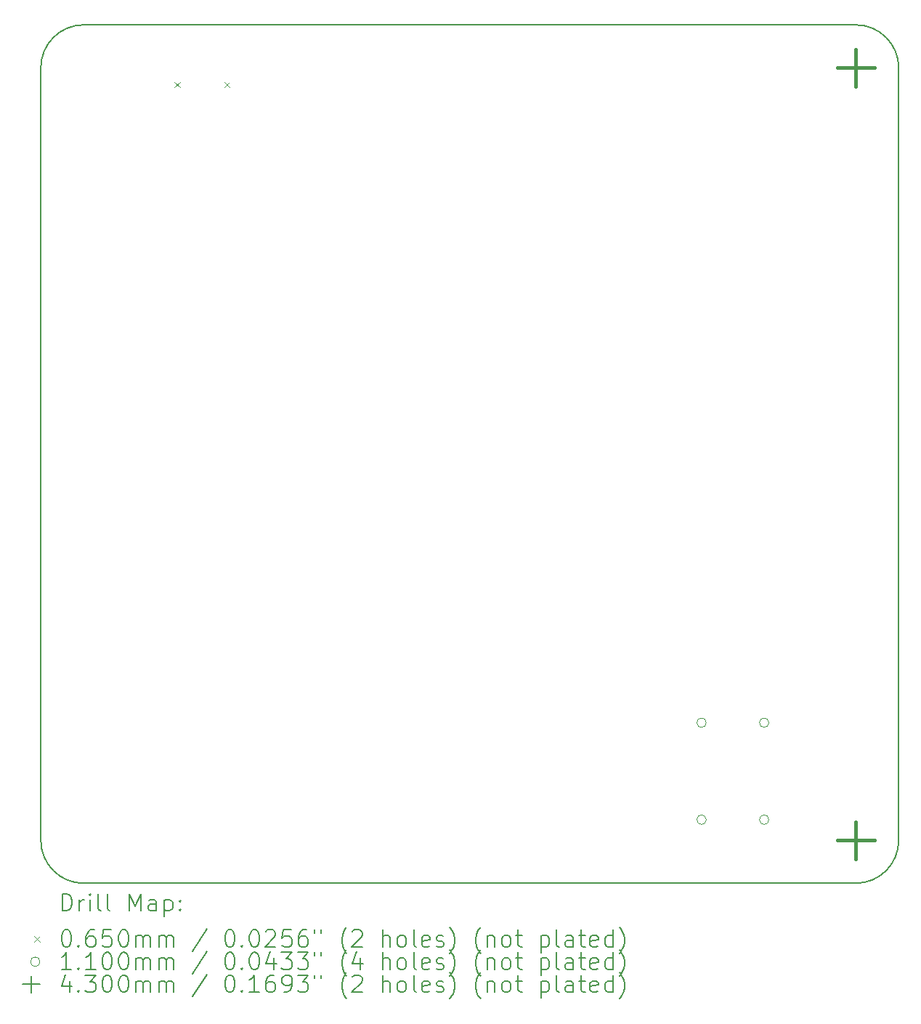
<source format=gbr>
%TF.GenerationSoftware,KiCad,Pcbnew,7.0.10*%
%TF.CreationDate,2024-05-27T00:36:53+02:00*%
%TF.ProjectId,ESPHome AIO,45535048-6f6d-4652-9041-494f2e6b6963,rev?*%
%TF.SameCoordinates,Original*%
%TF.FileFunction,Drillmap*%
%TF.FilePolarity,Positive*%
%FSLAX45Y45*%
G04 Gerber Fmt 4.5, Leading zero omitted, Abs format (unit mm)*
G04 Created by KiCad (PCBNEW 7.0.10) date 2024-05-27 00:36:53*
%MOMM*%
%LPD*%
G01*
G04 APERTURE LIST*
%ADD10C,0.200000*%
%ADD11C,0.100000*%
%ADD12C,0.110000*%
%ADD13C,0.430000*%
G04 APERTURE END LIST*
D10*
X18990000Y-4570000D02*
X18990000Y-13570000D01*
X18490000Y-14070000D02*
G75*
G03*
X18990000Y-13570000I0J500000D01*
G01*
X18990000Y-4570000D02*
G75*
G03*
X18490000Y-4070000I-500000J0D01*
G01*
X8990000Y-13570000D02*
G75*
G03*
X9490000Y-14070000I500000J0D01*
G01*
X8990000Y-13570000D02*
X8990000Y-4570000D01*
X9490000Y-14070000D02*
X18490000Y-14070000D01*
X9490000Y-4070000D02*
X18490000Y-4070000D01*
X9490000Y-4070000D02*
G75*
G03*
X8990000Y-4570000I0J-500000D01*
G01*
D11*
X10548500Y-4733000D02*
X10613500Y-4798000D01*
X10613500Y-4733000D02*
X10548500Y-4798000D01*
X11126500Y-4733000D02*
X11191500Y-4798000D01*
X11191500Y-4733000D02*
X11126500Y-4798000D01*
D12*
X16746500Y-12199500D02*
G75*
G03*
X16636500Y-12199500I-55000J0D01*
G01*
X16636500Y-12199500D02*
G75*
G03*
X16746500Y-12199500I55000J0D01*
G01*
X16746500Y-13329500D02*
G75*
G03*
X16636500Y-13329500I-55000J0D01*
G01*
X16636500Y-13329500D02*
G75*
G03*
X16746500Y-13329500I55000J0D01*
G01*
X17476500Y-12199500D02*
G75*
G03*
X17366500Y-12199500I-55000J0D01*
G01*
X17366500Y-12199500D02*
G75*
G03*
X17476500Y-12199500I55000J0D01*
G01*
X17476500Y-13329500D02*
G75*
G03*
X17366500Y-13329500I-55000J0D01*
G01*
X17366500Y-13329500D02*
G75*
G03*
X17476500Y-13329500I55000J0D01*
G01*
D13*
X18490000Y-4355000D02*
X18490000Y-4785000D01*
X18275000Y-4570000D02*
X18705000Y-4570000D01*
X18490000Y-13355000D02*
X18490000Y-13785000D01*
X18275000Y-13570000D02*
X18705000Y-13570000D01*
D10*
X9240777Y-14391484D02*
X9240777Y-14191484D01*
X9240777Y-14191484D02*
X9288396Y-14191484D01*
X9288396Y-14191484D02*
X9316967Y-14201008D01*
X9316967Y-14201008D02*
X9336015Y-14220055D01*
X9336015Y-14220055D02*
X9345539Y-14239103D01*
X9345539Y-14239103D02*
X9355063Y-14277198D01*
X9355063Y-14277198D02*
X9355063Y-14305769D01*
X9355063Y-14305769D02*
X9345539Y-14343865D01*
X9345539Y-14343865D02*
X9336015Y-14362912D01*
X9336015Y-14362912D02*
X9316967Y-14381960D01*
X9316967Y-14381960D02*
X9288396Y-14391484D01*
X9288396Y-14391484D02*
X9240777Y-14391484D01*
X9440777Y-14391484D02*
X9440777Y-14258150D01*
X9440777Y-14296246D02*
X9450301Y-14277198D01*
X9450301Y-14277198D02*
X9459824Y-14267674D01*
X9459824Y-14267674D02*
X9478872Y-14258150D01*
X9478872Y-14258150D02*
X9497920Y-14258150D01*
X9564586Y-14391484D02*
X9564586Y-14258150D01*
X9564586Y-14191484D02*
X9555063Y-14201008D01*
X9555063Y-14201008D02*
X9564586Y-14210531D01*
X9564586Y-14210531D02*
X9574110Y-14201008D01*
X9574110Y-14201008D02*
X9564586Y-14191484D01*
X9564586Y-14191484D02*
X9564586Y-14210531D01*
X9688396Y-14391484D02*
X9669348Y-14381960D01*
X9669348Y-14381960D02*
X9659824Y-14362912D01*
X9659824Y-14362912D02*
X9659824Y-14191484D01*
X9793158Y-14391484D02*
X9774110Y-14381960D01*
X9774110Y-14381960D02*
X9764586Y-14362912D01*
X9764586Y-14362912D02*
X9764586Y-14191484D01*
X10021729Y-14391484D02*
X10021729Y-14191484D01*
X10021729Y-14191484D02*
X10088396Y-14334341D01*
X10088396Y-14334341D02*
X10155063Y-14191484D01*
X10155063Y-14191484D02*
X10155063Y-14391484D01*
X10336015Y-14391484D02*
X10336015Y-14286722D01*
X10336015Y-14286722D02*
X10326491Y-14267674D01*
X10326491Y-14267674D02*
X10307444Y-14258150D01*
X10307444Y-14258150D02*
X10269348Y-14258150D01*
X10269348Y-14258150D02*
X10250301Y-14267674D01*
X10336015Y-14381960D02*
X10316967Y-14391484D01*
X10316967Y-14391484D02*
X10269348Y-14391484D01*
X10269348Y-14391484D02*
X10250301Y-14381960D01*
X10250301Y-14381960D02*
X10240777Y-14362912D01*
X10240777Y-14362912D02*
X10240777Y-14343865D01*
X10240777Y-14343865D02*
X10250301Y-14324817D01*
X10250301Y-14324817D02*
X10269348Y-14315293D01*
X10269348Y-14315293D02*
X10316967Y-14315293D01*
X10316967Y-14315293D02*
X10336015Y-14305769D01*
X10431253Y-14258150D02*
X10431253Y-14458150D01*
X10431253Y-14267674D02*
X10450301Y-14258150D01*
X10450301Y-14258150D02*
X10488396Y-14258150D01*
X10488396Y-14258150D02*
X10507444Y-14267674D01*
X10507444Y-14267674D02*
X10516967Y-14277198D01*
X10516967Y-14277198D02*
X10526491Y-14296246D01*
X10526491Y-14296246D02*
X10526491Y-14353388D01*
X10526491Y-14353388D02*
X10516967Y-14372436D01*
X10516967Y-14372436D02*
X10507444Y-14381960D01*
X10507444Y-14381960D02*
X10488396Y-14391484D01*
X10488396Y-14391484D02*
X10450301Y-14391484D01*
X10450301Y-14391484D02*
X10431253Y-14381960D01*
X10612205Y-14372436D02*
X10621729Y-14381960D01*
X10621729Y-14381960D02*
X10612205Y-14391484D01*
X10612205Y-14391484D02*
X10602682Y-14381960D01*
X10602682Y-14381960D02*
X10612205Y-14372436D01*
X10612205Y-14372436D02*
X10612205Y-14391484D01*
X10612205Y-14267674D02*
X10621729Y-14277198D01*
X10621729Y-14277198D02*
X10612205Y-14286722D01*
X10612205Y-14286722D02*
X10602682Y-14277198D01*
X10602682Y-14277198D02*
X10612205Y-14267674D01*
X10612205Y-14267674D02*
X10612205Y-14286722D01*
D11*
X8915000Y-14687500D02*
X8980000Y-14752500D01*
X8980000Y-14687500D02*
X8915000Y-14752500D01*
D10*
X9278872Y-14611484D02*
X9297920Y-14611484D01*
X9297920Y-14611484D02*
X9316967Y-14621008D01*
X9316967Y-14621008D02*
X9326491Y-14630531D01*
X9326491Y-14630531D02*
X9336015Y-14649579D01*
X9336015Y-14649579D02*
X9345539Y-14687674D01*
X9345539Y-14687674D02*
X9345539Y-14735293D01*
X9345539Y-14735293D02*
X9336015Y-14773388D01*
X9336015Y-14773388D02*
X9326491Y-14792436D01*
X9326491Y-14792436D02*
X9316967Y-14801960D01*
X9316967Y-14801960D02*
X9297920Y-14811484D01*
X9297920Y-14811484D02*
X9278872Y-14811484D01*
X9278872Y-14811484D02*
X9259824Y-14801960D01*
X9259824Y-14801960D02*
X9250301Y-14792436D01*
X9250301Y-14792436D02*
X9240777Y-14773388D01*
X9240777Y-14773388D02*
X9231253Y-14735293D01*
X9231253Y-14735293D02*
X9231253Y-14687674D01*
X9231253Y-14687674D02*
X9240777Y-14649579D01*
X9240777Y-14649579D02*
X9250301Y-14630531D01*
X9250301Y-14630531D02*
X9259824Y-14621008D01*
X9259824Y-14621008D02*
X9278872Y-14611484D01*
X9431253Y-14792436D02*
X9440777Y-14801960D01*
X9440777Y-14801960D02*
X9431253Y-14811484D01*
X9431253Y-14811484D02*
X9421729Y-14801960D01*
X9421729Y-14801960D02*
X9431253Y-14792436D01*
X9431253Y-14792436D02*
X9431253Y-14811484D01*
X9612205Y-14611484D02*
X9574110Y-14611484D01*
X9574110Y-14611484D02*
X9555063Y-14621008D01*
X9555063Y-14621008D02*
X9545539Y-14630531D01*
X9545539Y-14630531D02*
X9526491Y-14659103D01*
X9526491Y-14659103D02*
X9516967Y-14697198D01*
X9516967Y-14697198D02*
X9516967Y-14773388D01*
X9516967Y-14773388D02*
X9526491Y-14792436D01*
X9526491Y-14792436D02*
X9536015Y-14801960D01*
X9536015Y-14801960D02*
X9555063Y-14811484D01*
X9555063Y-14811484D02*
X9593158Y-14811484D01*
X9593158Y-14811484D02*
X9612205Y-14801960D01*
X9612205Y-14801960D02*
X9621729Y-14792436D01*
X9621729Y-14792436D02*
X9631253Y-14773388D01*
X9631253Y-14773388D02*
X9631253Y-14725769D01*
X9631253Y-14725769D02*
X9621729Y-14706722D01*
X9621729Y-14706722D02*
X9612205Y-14697198D01*
X9612205Y-14697198D02*
X9593158Y-14687674D01*
X9593158Y-14687674D02*
X9555063Y-14687674D01*
X9555063Y-14687674D02*
X9536015Y-14697198D01*
X9536015Y-14697198D02*
X9526491Y-14706722D01*
X9526491Y-14706722D02*
X9516967Y-14725769D01*
X9812205Y-14611484D02*
X9716967Y-14611484D01*
X9716967Y-14611484D02*
X9707444Y-14706722D01*
X9707444Y-14706722D02*
X9716967Y-14697198D01*
X9716967Y-14697198D02*
X9736015Y-14687674D01*
X9736015Y-14687674D02*
X9783634Y-14687674D01*
X9783634Y-14687674D02*
X9802682Y-14697198D01*
X9802682Y-14697198D02*
X9812205Y-14706722D01*
X9812205Y-14706722D02*
X9821729Y-14725769D01*
X9821729Y-14725769D02*
X9821729Y-14773388D01*
X9821729Y-14773388D02*
X9812205Y-14792436D01*
X9812205Y-14792436D02*
X9802682Y-14801960D01*
X9802682Y-14801960D02*
X9783634Y-14811484D01*
X9783634Y-14811484D02*
X9736015Y-14811484D01*
X9736015Y-14811484D02*
X9716967Y-14801960D01*
X9716967Y-14801960D02*
X9707444Y-14792436D01*
X9945539Y-14611484D02*
X9964586Y-14611484D01*
X9964586Y-14611484D02*
X9983634Y-14621008D01*
X9983634Y-14621008D02*
X9993158Y-14630531D01*
X9993158Y-14630531D02*
X10002682Y-14649579D01*
X10002682Y-14649579D02*
X10012205Y-14687674D01*
X10012205Y-14687674D02*
X10012205Y-14735293D01*
X10012205Y-14735293D02*
X10002682Y-14773388D01*
X10002682Y-14773388D02*
X9993158Y-14792436D01*
X9993158Y-14792436D02*
X9983634Y-14801960D01*
X9983634Y-14801960D02*
X9964586Y-14811484D01*
X9964586Y-14811484D02*
X9945539Y-14811484D01*
X9945539Y-14811484D02*
X9926491Y-14801960D01*
X9926491Y-14801960D02*
X9916967Y-14792436D01*
X9916967Y-14792436D02*
X9907444Y-14773388D01*
X9907444Y-14773388D02*
X9897920Y-14735293D01*
X9897920Y-14735293D02*
X9897920Y-14687674D01*
X9897920Y-14687674D02*
X9907444Y-14649579D01*
X9907444Y-14649579D02*
X9916967Y-14630531D01*
X9916967Y-14630531D02*
X9926491Y-14621008D01*
X9926491Y-14621008D02*
X9945539Y-14611484D01*
X10097920Y-14811484D02*
X10097920Y-14678150D01*
X10097920Y-14697198D02*
X10107444Y-14687674D01*
X10107444Y-14687674D02*
X10126491Y-14678150D01*
X10126491Y-14678150D02*
X10155063Y-14678150D01*
X10155063Y-14678150D02*
X10174110Y-14687674D01*
X10174110Y-14687674D02*
X10183634Y-14706722D01*
X10183634Y-14706722D02*
X10183634Y-14811484D01*
X10183634Y-14706722D02*
X10193158Y-14687674D01*
X10193158Y-14687674D02*
X10212205Y-14678150D01*
X10212205Y-14678150D02*
X10240777Y-14678150D01*
X10240777Y-14678150D02*
X10259825Y-14687674D01*
X10259825Y-14687674D02*
X10269348Y-14706722D01*
X10269348Y-14706722D02*
X10269348Y-14811484D01*
X10364586Y-14811484D02*
X10364586Y-14678150D01*
X10364586Y-14697198D02*
X10374110Y-14687674D01*
X10374110Y-14687674D02*
X10393158Y-14678150D01*
X10393158Y-14678150D02*
X10421729Y-14678150D01*
X10421729Y-14678150D02*
X10440777Y-14687674D01*
X10440777Y-14687674D02*
X10450301Y-14706722D01*
X10450301Y-14706722D02*
X10450301Y-14811484D01*
X10450301Y-14706722D02*
X10459825Y-14687674D01*
X10459825Y-14687674D02*
X10478872Y-14678150D01*
X10478872Y-14678150D02*
X10507444Y-14678150D01*
X10507444Y-14678150D02*
X10526491Y-14687674D01*
X10526491Y-14687674D02*
X10536015Y-14706722D01*
X10536015Y-14706722D02*
X10536015Y-14811484D01*
X10926491Y-14601960D02*
X10755063Y-14859103D01*
X11183634Y-14611484D02*
X11202682Y-14611484D01*
X11202682Y-14611484D02*
X11221729Y-14621008D01*
X11221729Y-14621008D02*
X11231253Y-14630531D01*
X11231253Y-14630531D02*
X11240777Y-14649579D01*
X11240777Y-14649579D02*
X11250301Y-14687674D01*
X11250301Y-14687674D02*
X11250301Y-14735293D01*
X11250301Y-14735293D02*
X11240777Y-14773388D01*
X11240777Y-14773388D02*
X11231253Y-14792436D01*
X11231253Y-14792436D02*
X11221729Y-14801960D01*
X11221729Y-14801960D02*
X11202682Y-14811484D01*
X11202682Y-14811484D02*
X11183634Y-14811484D01*
X11183634Y-14811484D02*
X11164587Y-14801960D01*
X11164587Y-14801960D02*
X11155063Y-14792436D01*
X11155063Y-14792436D02*
X11145539Y-14773388D01*
X11145539Y-14773388D02*
X11136015Y-14735293D01*
X11136015Y-14735293D02*
X11136015Y-14687674D01*
X11136015Y-14687674D02*
X11145539Y-14649579D01*
X11145539Y-14649579D02*
X11155063Y-14630531D01*
X11155063Y-14630531D02*
X11164587Y-14621008D01*
X11164587Y-14621008D02*
X11183634Y-14611484D01*
X11336015Y-14792436D02*
X11345539Y-14801960D01*
X11345539Y-14801960D02*
X11336015Y-14811484D01*
X11336015Y-14811484D02*
X11326491Y-14801960D01*
X11326491Y-14801960D02*
X11336015Y-14792436D01*
X11336015Y-14792436D02*
X11336015Y-14811484D01*
X11469348Y-14611484D02*
X11488396Y-14611484D01*
X11488396Y-14611484D02*
X11507444Y-14621008D01*
X11507444Y-14621008D02*
X11516967Y-14630531D01*
X11516967Y-14630531D02*
X11526491Y-14649579D01*
X11526491Y-14649579D02*
X11536015Y-14687674D01*
X11536015Y-14687674D02*
X11536015Y-14735293D01*
X11536015Y-14735293D02*
X11526491Y-14773388D01*
X11526491Y-14773388D02*
X11516967Y-14792436D01*
X11516967Y-14792436D02*
X11507444Y-14801960D01*
X11507444Y-14801960D02*
X11488396Y-14811484D01*
X11488396Y-14811484D02*
X11469348Y-14811484D01*
X11469348Y-14811484D02*
X11450301Y-14801960D01*
X11450301Y-14801960D02*
X11440777Y-14792436D01*
X11440777Y-14792436D02*
X11431253Y-14773388D01*
X11431253Y-14773388D02*
X11421729Y-14735293D01*
X11421729Y-14735293D02*
X11421729Y-14687674D01*
X11421729Y-14687674D02*
X11431253Y-14649579D01*
X11431253Y-14649579D02*
X11440777Y-14630531D01*
X11440777Y-14630531D02*
X11450301Y-14621008D01*
X11450301Y-14621008D02*
X11469348Y-14611484D01*
X11612206Y-14630531D02*
X11621729Y-14621008D01*
X11621729Y-14621008D02*
X11640777Y-14611484D01*
X11640777Y-14611484D02*
X11688396Y-14611484D01*
X11688396Y-14611484D02*
X11707444Y-14621008D01*
X11707444Y-14621008D02*
X11716967Y-14630531D01*
X11716967Y-14630531D02*
X11726491Y-14649579D01*
X11726491Y-14649579D02*
X11726491Y-14668627D01*
X11726491Y-14668627D02*
X11716967Y-14697198D01*
X11716967Y-14697198D02*
X11602682Y-14811484D01*
X11602682Y-14811484D02*
X11726491Y-14811484D01*
X11907444Y-14611484D02*
X11812206Y-14611484D01*
X11812206Y-14611484D02*
X11802682Y-14706722D01*
X11802682Y-14706722D02*
X11812206Y-14697198D01*
X11812206Y-14697198D02*
X11831253Y-14687674D01*
X11831253Y-14687674D02*
X11878872Y-14687674D01*
X11878872Y-14687674D02*
X11897920Y-14697198D01*
X11897920Y-14697198D02*
X11907444Y-14706722D01*
X11907444Y-14706722D02*
X11916967Y-14725769D01*
X11916967Y-14725769D02*
X11916967Y-14773388D01*
X11916967Y-14773388D02*
X11907444Y-14792436D01*
X11907444Y-14792436D02*
X11897920Y-14801960D01*
X11897920Y-14801960D02*
X11878872Y-14811484D01*
X11878872Y-14811484D02*
X11831253Y-14811484D01*
X11831253Y-14811484D02*
X11812206Y-14801960D01*
X11812206Y-14801960D02*
X11802682Y-14792436D01*
X12088396Y-14611484D02*
X12050301Y-14611484D01*
X12050301Y-14611484D02*
X12031253Y-14621008D01*
X12031253Y-14621008D02*
X12021729Y-14630531D01*
X12021729Y-14630531D02*
X12002682Y-14659103D01*
X12002682Y-14659103D02*
X11993158Y-14697198D01*
X11993158Y-14697198D02*
X11993158Y-14773388D01*
X11993158Y-14773388D02*
X12002682Y-14792436D01*
X12002682Y-14792436D02*
X12012206Y-14801960D01*
X12012206Y-14801960D02*
X12031253Y-14811484D01*
X12031253Y-14811484D02*
X12069348Y-14811484D01*
X12069348Y-14811484D02*
X12088396Y-14801960D01*
X12088396Y-14801960D02*
X12097920Y-14792436D01*
X12097920Y-14792436D02*
X12107444Y-14773388D01*
X12107444Y-14773388D02*
X12107444Y-14725769D01*
X12107444Y-14725769D02*
X12097920Y-14706722D01*
X12097920Y-14706722D02*
X12088396Y-14697198D01*
X12088396Y-14697198D02*
X12069348Y-14687674D01*
X12069348Y-14687674D02*
X12031253Y-14687674D01*
X12031253Y-14687674D02*
X12012206Y-14697198D01*
X12012206Y-14697198D02*
X12002682Y-14706722D01*
X12002682Y-14706722D02*
X11993158Y-14725769D01*
X12183634Y-14611484D02*
X12183634Y-14649579D01*
X12259825Y-14611484D02*
X12259825Y-14649579D01*
X12555063Y-14887674D02*
X12545539Y-14878150D01*
X12545539Y-14878150D02*
X12526491Y-14849579D01*
X12526491Y-14849579D02*
X12516968Y-14830531D01*
X12516968Y-14830531D02*
X12507444Y-14801960D01*
X12507444Y-14801960D02*
X12497920Y-14754341D01*
X12497920Y-14754341D02*
X12497920Y-14716246D01*
X12497920Y-14716246D02*
X12507444Y-14668627D01*
X12507444Y-14668627D02*
X12516968Y-14640055D01*
X12516968Y-14640055D02*
X12526491Y-14621008D01*
X12526491Y-14621008D02*
X12545539Y-14592436D01*
X12545539Y-14592436D02*
X12555063Y-14582912D01*
X12621729Y-14630531D02*
X12631253Y-14621008D01*
X12631253Y-14621008D02*
X12650301Y-14611484D01*
X12650301Y-14611484D02*
X12697920Y-14611484D01*
X12697920Y-14611484D02*
X12716968Y-14621008D01*
X12716968Y-14621008D02*
X12726491Y-14630531D01*
X12726491Y-14630531D02*
X12736015Y-14649579D01*
X12736015Y-14649579D02*
X12736015Y-14668627D01*
X12736015Y-14668627D02*
X12726491Y-14697198D01*
X12726491Y-14697198D02*
X12612206Y-14811484D01*
X12612206Y-14811484D02*
X12736015Y-14811484D01*
X12974110Y-14811484D02*
X12974110Y-14611484D01*
X13059825Y-14811484D02*
X13059825Y-14706722D01*
X13059825Y-14706722D02*
X13050301Y-14687674D01*
X13050301Y-14687674D02*
X13031253Y-14678150D01*
X13031253Y-14678150D02*
X13002682Y-14678150D01*
X13002682Y-14678150D02*
X12983634Y-14687674D01*
X12983634Y-14687674D02*
X12974110Y-14697198D01*
X13183634Y-14811484D02*
X13164587Y-14801960D01*
X13164587Y-14801960D02*
X13155063Y-14792436D01*
X13155063Y-14792436D02*
X13145539Y-14773388D01*
X13145539Y-14773388D02*
X13145539Y-14716246D01*
X13145539Y-14716246D02*
X13155063Y-14697198D01*
X13155063Y-14697198D02*
X13164587Y-14687674D01*
X13164587Y-14687674D02*
X13183634Y-14678150D01*
X13183634Y-14678150D02*
X13212206Y-14678150D01*
X13212206Y-14678150D02*
X13231253Y-14687674D01*
X13231253Y-14687674D02*
X13240777Y-14697198D01*
X13240777Y-14697198D02*
X13250301Y-14716246D01*
X13250301Y-14716246D02*
X13250301Y-14773388D01*
X13250301Y-14773388D02*
X13240777Y-14792436D01*
X13240777Y-14792436D02*
X13231253Y-14801960D01*
X13231253Y-14801960D02*
X13212206Y-14811484D01*
X13212206Y-14811484D02*
X13183634Y-14811484D01*
X13364587Y-14811484D02*
X13345539Y-14801960D01*
X13345539Y-14801960D02*
X13336015Y-14782912D01*
X13336015Y-14782912D02*
X13336015Y-14611484D01*
X13516968Y-14801960D02*
X13497920Y-14811484D01*
X13497920Y-14811484D02*
X13459825Y-14811484D01*
X13459825Y-14811484D02*
X13440777Y-14801960D01*
X13440777Y-14801960D02*
X13431253Y-14782912D01*
X13431253Y-14782912D02*
X13431253Y-14706722D01*
X13431253Y-14706722D02*
X13440777Y-14687674D01*
X13440777Y-14687674D02*
X13459825Y-14678150D01*
X13459825Y-14678150D02*
X13497920Y-14678150D01*
X13497920Y-14678150D02*
X13516968Y-14687674D01*
X13516968Y-14687674D02*
X13526491Y-14706722D01*
X13526491Y-14706722D02*
X13526491Y-14725769D01*
X13526491Y-14725769D02*
X13431253Y-14744817D01*
X13602682Y-14801960D02*
X13621730Y-14811484D01*
X13621730Y-14811484D02*
X13659825Y-14811484D01*
X13659825Y-14811484D02*
X13678872Y-14801960D01*
X13678872Y-14801960D02*
X13688396Y-14782912D01*
X13688396Y-14782912D02*
X13688396Y-14773388D01*
X13688396Y-14773388D02*
X13678872Y-14754341D01*
X13678872Y-14754341D02*
X13659825Y-14744817D01*
X13659825Y-14744817D02*
X13631253Y-14744817D01*
X13631253Y-14744817D02*
X13612206Y-14735293D01*
X13612206Y-14735293D02*
X13602682Y-14716246D01*
X13602682Y-14716246D02*
X13602682Y-14706722D01*
X13602682Y-14706722D02*
X13612206Y-14687674D01*
X13612206Y-14687674D02*
X13631253Y-14678150D01*
X13631253Y-14678150D02*
X13659825Y-14678150D01*
X13659825Y-14678150D02*
X13678872Y-14687674D01*
X13755063Y-14887674D02*
X13764587Y-14878150D01*
X13764587Y-14878150D02*
X13783634Y-14849579D01*
X13783634Y-14849579D02*
X13793158Y-14830531D01*
X13793158Y-14830531D02*
X13802682Y-14801960D01*
X13802682Y-14801960D02*
X13812206Y-14754341D01*
X13812206Y-14754341D02*
X13812206Y-14716246D01*
X13812206Y-14716246D02*
X13802682Y-14668627D01*
X13802682Y-14668627D02*
X13793158Y-14640055D01*
X13793158Y-14640055D02*
X13783634Y-14621008D01*
X13783634Y-14621008D02*
X13764587Y-14592436D01*
X13764587Y-14592436D02*
X13755063Y-14582912D01*
X14116968Y-14887674D02*
X14107444Y-14878150D01*
X14107444Y-14878150D02*
X14088396Y-14849579D01*
X14088396Y-14849579D02*
X14078872Y-14830531D01*
X14078872Y-14830531D02*
X14069349Y-14801960D01*
X14069349Y-14801960D02*
X14059825Y-14754341D01*
X14059825Y-14754341D02*
X14059825Y-14716246D01*
X14059825Y-14716246D02*
X14069349Y-14668627D01*
X14069349Y-14668627D02*
X14078872Y-14640055D01*
X14078872Y-14640055D02*
X14088396Y-14621008D01*
X14088396Y-14621008D02*
X14107444Y-14592436D01*
X14107444Y-14592436D02*
X14116968Y-14582912D01*
X14193158Y-14678150D02*
X14193158Y-14811484D01*
X14193158Y-14697198D02*
X14202682Y-14687674D01*
X14202682Y-14687674D02*
X14221730Y-14678150D01*
X14221730Y-14678150D02*
X14250301Y-14678150D01*
X14250301Y-14678150D02*
X14269349Y-14687674D01*
X14269349Y-14687674D02*
X14278872Y-14706722D01*
X14278872Y-14706722D02*
X14278872Y-14811484D01*
X14402682Y-14811484D02*
X14383634Y-14801960D01*
X14383634Y-14801960D02*
X14374111Y-14792436D01*
X14374111Y-14792436D02*
X14364587Y-14773388D01*
X14364587Y-14773388D02*
X14364587Y-14716246D01*
X14364587Y-14716246D02*
X14374111Y-14697198D01*
X14374111Y-14697198D02*
X14383634Y-14687674D01*
X14383634Y-14687674D02*
X14402682Y-14678150D01*
X14402682Y-14678150D02*
X14431253Y-14678150D01*
X14431253Y-14678150D02*
X14450301Y-14687674D01*
X14450301Y-14687674D02*
X14459825Y-14697198D01*
X14459825Y-14697198D02*
X14469349Y-14716246D01*
X14469349Y-14716246D02*
X14469349Y-14773388D01*
X14469349Y-14773388D02*
X14459825Y-14792436D01*
X14459825Y-14792436D02*
X14450301Y-14801960D01*
X14450301Y-14801960D02*
X14431253Y-14811484D01*
X14431253Y-14811484D02*
X14402682Y-14811484D01*
X14526492Y-14678150D02*
X14602682Y-14678150D01*
X14555063Y-14611484D02*
X14555063Y-14782912D01*
X14555063Y-14782912D02*
X14564587Y-14801960D01*
X14564587Y-14801960D02*
X14583634Y-14811484D01*
X14583634Y-14811484D02*
X14602682Y-14811484D01*
X14821730Y-14678150D02*
X14821730Y-14878150D01*
X14821730Y-14687674D02*
X14840777Y-14678150D01*
X14840777Y-14678150D02*
X14878873Y-14678150D01*
X14878873Y-14678150D02*
X14897920Y-14687674D01*
X14897920Y-14687674D02*
X14907444Y-14697198D01*
X14907444Y-14697198D02*
X14916968Y-14716246D01*
X14916968Y-14716246D02*
X14916968Y-14773388D01*
X14916968Y-14773388D02*
X14907444Y-14792436D01*
X14907444Y-14792436D02*
X14897920Y-14801960D01*
X14897920Y-14801960D02*
X14878873Y-14811484D01*
X14878873Y-14811484D02*
X14840777Y-14811484D01*
X14840777Y-14811484D02*
X14821730Y-14801960D01*
X15031253Y-14811484D02*
X15012206Y-14801960D01*
X15012206Y-14801960D02*
X15002682Y-14782912D01*
X15002682Y-14782912D02*
X15002682Y-14611484D01*
X15193158Y-14811484D02*
X15193158Y-14706722D01*
X15193158Y-14706722D02*
X15183634Y-14687674D01*
X15183634Y-14687674D02*
X15164587Y-14678150D01*
X15164587Y-14678150D02*
X15126492Y-14678150D01*
X15126492Y-14678150D02*
X15107444Y-14687674D01*
X15193158Y-14801960D02*
X15174111Y-14811484D01*
X15174111Y-14811484D02*
X15126492Y-14811484D01*
X15126492Y-14811484D02*
X15107444Y-14801960D01*
X15107444Y-14801960D02*
X15097920Y-14782912D01*
X15097920Y-14782912D02*
X15097920Y-14763865D01*
X15097920Y-14763865D02*
X15107444Y-14744817D01*
X15107444Y-14744817D02*
X15126492Y-14735293D01*
X15126492Y-14735293D02*
X15174111Y-14735293D01*
X15174111Y-14735293D02*
X15193158Y-14725769D01*
X15259825Y-14678150D02*
X15336015Y-14678150D01*
X15288396Y-14611484D02*
X15288396Y-14782912D01*
X15288396Y-14782912D02*
X15297920Y-14801960D01*
X15297920Y-14801960D02*
X15316968Y-14811484D01*
X15316968Y-14811484D02*
X15336015Y-14811484D01*
X15478873Y-14801960D02*
X15459825Y-14811484D01*
X15459825Y-14811484D02*
X15421730Y-14811484D01*
X15421730Y-14811484D02*
X15402682Y-14801960D01*
X15402682Y-14801960D02*
X15393158Y-14782912D01*
X15393158Y-14782912D02*
X15393158Y-14706722D01*
X15393158Y-14706722D02*
X15402682Y-14687674D01*
X15402682Y-14687674D02*
X15421730Y-14678150D01*
X15421730Y-14678150D02*
X15459825Y-14678150D01*
X15459825Y-14678150D02*
X15478873Y-14687674D01*
X15478873Y-14687674D02*
X15488396Y-14706722D01*
X15488396Y-14706722D02*
X15488396Y-14725769D01*
X15488396Y-14725769D02*
X15393158Y-14744817D01*
X15659825Y-14811484D02*
X15659825Y-14611484D01*
X15659825Y-14801960D02*
X15640777Y-14811484D01*
X15640777Y-14811484D02*
X15602682Y-14811484D01*
X15602682Y-14811484D02*
X15583634Y-14801960D01*
X15583634Y-14801960D02*
X15574111Y-14792436D01*
X15574111Y-14792436D02*
X15564587Y-14773388D01*
X15564587Y-14773388D02*
X15564587Y-14716246D01*
X15564587Y-14716246D02*
X15574111Y-14697198D01*
X15574111Y-14697198D02*
X15583634Y-14687674D01*
X15583634Y-14687674D02*
X15602682Y-14678150D01*
X15602682Y-14678150D02*
X15640777Y-14678150D01*
X15640777Y-14678150D02*
X15659825Y-14687674D01*
X15736015Y-14887674D02*
X15745539Y-14878150D01*
X15745539Y-14878150D02*
X15764587Y-14849579D01*
X15764587Y-14849579D02*
X15774111Y-14830531D01*
X15774111Y-14830531D02*
X15783634Y-14801960D01*
X15783634Y-14801960D02*
X15793158Y-14754341D01*
X15793158Y-14754341D02*
X15793158Y-14716246D01*
X15793158Y-14716246D02*
X15783634Y-14668627D01*
X15783634Y-14668627D02*
X15774111Y-14640055D01*
X15774111Y-14640055D02*
X15764587Y-14621008D01*
X15764587Y-14621008D02*
X15745539Y-14592436D01*
X15745539Y-14592436D02*
X15736015Y-14582912D01*
D12*
X8980000Y-14984000D02*
G75*
G03*
X8870000Y-14984000I-55000J0D01*
G01*
X8870000Y-14984000D02*
G75*
G03*
X8980000Y-14984000I55000J0D01*
G01*
D10*
X9345539Y-15075484D02*
X9231253Y-15075484D01*
X9288396Y-15075484D02*
X9288396Y-14875484D01*
X9288396Y-14875484D02*
X9269348Y-14904055D01*
X9269348Y-14904055D02*
X9250301Y-14923103D01*
X9250301Y-14923103D02*
X9231253Y-14932627D01*
X9431253Y-15056436D02*
X9440777Y-15065960D01*
X9440777Y-15065960D02*
X9431253Y-15075484D01*
X9431253Y-15075484D02*
X9421729Y-15065960D01*
X9421729Y-15065960D02*
X9431253Y-15056436D01*
X9431253Y-15056436D02*
X9431253Y-15075484D01*
X9631253Y-15075484D02*
X9516967Y-15075484D01*
X9574110Y-15075484D02*
X9574110Y-14875484D01*
X9574110Y-14875484D02*
X9555063Y-14904055D01*
X9555063Y-14904055D02*
X9536015Y-14923103D01*
X9536015Y-14923103D02*
X9516967Y-14932627D01*
X9755063Y-14875484D02*
X9774110Y-14875484D01*
X9774110Y-14875484D02*
X9793158Y-14885008D01*
X9793158Y-14885008D02*
X9802682Y-14894531D01*
X9802682Y-14894531D02*
X9812205Y-14913579D01*
X9812205Y-14913579D02*
X9821729Y-14951674D01*
X9821729Y-14951674D02*
X9821729Y-14999293D01*
X9821729Y-14999293D02*
X9812205Y-15037388D01*
X9812205Y-15037388D02*
X9802682Y-15056436D01*
X9802682Y-15056436D02*
X9793158Y-15065960D01*
X9793158Y-15065960D02*
X9774110Y-15075484D01*
X9774110Y-15075484D02*
X9755063Y-15075484D01*
X9755063Y-15075484D02*
X9736015Y-15065960D01*
X9736015Y-15065960D02*
X9726491Y-15056436D01*
X9726491Y-15056436D02*
X9716967Y-15037388D01*
X9716967Y-15037388D02*
X9707444Y-14999293D01*
X9707444Y-14999293D02*
X9707444Y-14951674D01*
X9707444Y-14951674D02*
X9716967Y-14913579D01*
X9716967Y-14913579D02*
X9726491Y-14894531D01*
X9726491Y-14894531D02*
X9736015Y-14885008D01*
X9736015Y-14885008D02*
X9755063Y-14875484D01*
X9945539Y-14875484D02*
X9964586Y-14875484D01*
X9964586Y-14875484D02*
X9983634Y-14885008D01*
X9983634Y-14885008D02*
X9993158Y-14894531D01*
X9993158Y-14894531D02*
X10002682Y-14913579D01*
X10002682Y-14913579D02*
X10012205Y-14951674D01*
X10012205Y-14951674D02*
X10012205Y-14999293D01*
X10012205Y-14999293D02*
X10002682Y-15037388D01*
X10002682Y-15037388D02*
X9993158Y-15056436D01*
X9993158Y-15056436D02*
X9983634Y-15065960D01*
X9983634Y-15065960D02*
X9964586Y-15075484D01*
X9964586Y-15075484D02*
X9945539Y-15075484D01*
X9945539Y-15075484D02*
X9926491Y-15065960D01*
X9926491Y-15065960D02*
X9916967Y-15056436D01*
X9916967Y-15056436D02*
X9907444Y-15037388D01*
X9907444Y-15037388D02*
X9897920Y-14999293D01*
X9897920Y-14999293D02*
X9897920Y-14951674D01*
X9897920Y-14951674D02*
X9907444Y-14913579D01*
X9907444Y-14913579D02*
X9916967Y-14894531D01*
X9916967Y-14894531D02*
X9926491Y-14885008D01*
X9926491Y-14885008D02*
X9945539Y-14875484D01*
X10097920Y-15075484D02*
X10097920Y-14942150D01*
X10097920Y-14961198D02*
X10107444Y-14951674D01*
X10107444Y-14951674D02*
X10126491Y-14942150D01*
X10126491Y-14942150D02*
X10155063Y-14942150D01*
X10155063Y-14942150D02*
X10174110Y-14951674D01*
X10174110Y-14951674D02*
X10183634Y-14970722D01*
X10183634Y-14970722D02*
X10183634Y-15075484D01*
X10183634Y-14970722D02*
X10193158Y-14951674D01*
X10193158Y-14951674D02*
X10212205Y-14942150D01*
X10212205Y-14942150D02*
X10240777Y-14942150D01*
X10240777Y-14942150D02*
X10259825Y-14951674D01*
X10259825Y-14951674D02*
X10269348Y-14970722D01*
X10269348Y-14970722D02*
X10269348Y-15075484D01*
X10364586Y-15075484D02*
X10364586Y-14942150D01*
X10364586Y-14961198D02*
X10374110Y-14951674D01*
X10374110Y-14951674D02*
X10393158Y-14942150D01*
X10393158Y-14942150D02*
X10421729Y-14942150D01*
X10421729Y-14942150D02*
X10440777Y-14951674D01*
X10440777Y-14951674D02*
X10450301Y-14970722D01*
X10450301Y-14970722D02*
X10450301Y-15075484D01*
X10450301Y-14970722D02*
X10459825Y-14951674D01*
X10459825Y-14951674D02*
X10478872Y-14942150D01*
X10478872Y-14942150D02*
X10507444Y-14942150D01*
X10507444Y-14942150D02*
X10526491Y-14951674D01*
X10526491Y-14951674D02*
X10536015Y-14970722D01*
X10536015Y-14970722D02*
X10536015Y-15075484D01*
X10926491Y-14865960D02*
X10755063Y-15123103D01*
X11183634Y-14875484D02*
X11202682Y-14875484D01*
X11202682Y-14875484D02*
X11221729Y-14885008D01*
X11221729Y-14885008D02*
X11231253Y-14894531D01*
X11231253Y-14894531D02*
X11240777Y-14913579D01*
X11240777Y-14913579D02*
X11250301Y-14951674D01*
X11250301Y-14951674D02*
X11250301Y-14999293D01*
X11250301Y-14999293D02*
X11240777Y-15037388D01*
X11240777Y-15037388D02*
X11231253Y-15056436D01*
X11231253Y-15056436D02*
X11221729Y-15065960D01*
X11221729Y-15065960D02*
X11202682Y-15075484D01*
X11202682Y-15075484D02*
X11183634Y-15075484D01*
X11183634Y-15075484D02*
X11164587Y-15065960D01*
X11164587Y-15065960D02*
X11155063Y-15056436D01*
X11155063Y-15056436D02*
X11145539Y-15037388D01*
X11145539Y-15037388D02*
X11136015Y-14999293D01*
X11136015Y-14999293D02*
X11136015Y-14951674D01*
X11136015Y-14951674D02*
X11145539Y-14913579D01*
X11145539Y-14913579D02*
X11155063Y-14894531D01*
X11155063Y-14894531D02*
X11164587Y-14885008D01*
X11164587Y-14885008D02*
X11183634Y-14875484D01*
X11336015Y-15056436D02*
X11345539Y-15065960D01*
X11345539Y-15065960D02*
X11336015Y-15075484D01*
X11336015Y-15075484D02*
X11326491Y-15065960D01*
X11326491Y-15065960D02*
X11336015Y-15056436D01*
X11336015Y-15056436D02*
X11336015Y-15075484D01*
X11469348Y-14875484D02*
X11488396Y-14875484D01*
X11488396Y-14875484D02*
X11507444Y-14885008D01*
X11507444Y-14885008D02*
X11516967Y-14894531D01*
X11516967Y-14894531D02*
X11526491Y-14913579D01*
X11526491Y-14913579D02*
X11536015Y-14951674D01*
X11536015Y-14951674D02*
X11536015Y-14999293D01*
X11536015Y-14999293D02*
X11526491Y-15037388D01*
X11526491Y-15037388D02*
X11516967Y-15056436D01*
X11516967Y-15056436D02*
X11507444Y-15065960D01*
X11507444Y-15065960D02*
X11488396Y-15075484D01*
X11488396Y-15075484D02*
X11469348Y-15075484D01*
X11469348Y-15075484D02*
X11450301Y-15065960D01*
X11450301Y-15065960D02*
X11440777Y-15056436D01*
X11440777Y-15056436D02*
X11431253Y-15037388D01*
X11431253Y-15037388D02*
X11421729Y-14999293D01*
X11421729Y-14999293D02*
X11421729Y-14951674D01*
X11421729Y-14951674D02*
X11431253Y-14913579D01*
X11431253Y-14913579D02*
X11440777Y-14894531D01*
X11440777Y-14894531D02*
X11450301Y-14885008D01*
X11450301Y-14885008D02*
X11469348Y-14875484D01*
X11707444Y-14942150D02*
X11707444Y-15075484D01*
X11659825Y-14865960D02*
X11612206Y-15008817D01*
X11612206Y-15008817D02*
X11736015Y-15008817D01*
X11793158Y-14875484D02*
X11916967Y-14875484D01*
X11916967Y-14875484D02*
X11850301Y-14951674D01*
X11850301Y-14951674D02*
X11878872Y-14951674D01*
X11878872Y-14951674D02*
X11897920Y-14961198D01*
X11897920Y-14961198D02*
X11907444Y-14970722D01*
X11907444Y-14970722D02*
X11916967Y-14989769D01*
X11916967Y-14989769D02*
X11916967Y-15037388D01*
X11916967Y-15037388D02*
X11907444Y-15056436D01*
X11907444Y-15056436D02*
X11897920Y-15065960D01*
X11897920Y-15065960D02*
X11878872Y-15075484D01*
X11878872Y-15075484D02*
X11821729Y-15075484D01*
X11821729Y-15075484D02*
X11802682Y-15065960D01*
X11802682Y-15065960D02*
X11793158Y-15056436D01*
X11983634Y-14875484D02*
X12107444Y-14875484D01*
X12107444Y-14875484D02*
X12040777Y-14951674D01*
X12040777Y-14951674D02*
X12069348Y-14951674D01*
X12069348Y-14951674D02*
X12088396Y-14961198D01*
X12088396Y-14961198D02*
X12097920Y-14970722D01*
X12097920Y-14970722D02*
X12107444Y-14989769D01*
X12107444Y-14989769D02*
X12107444Y-15037388D01*
X12107444Y-15037388D02*
X12097920Y-15056436D01*
X12097920Y-15056436D02*
X12088396Y-15065960D01*
X12088396Y-15065960D02*
X12069348Y-15075484D01*
X12069348Y-15075484D02*
X12012206Y-15075484D01*
X12012206Y-15075484D02*
X11993158Y-15065960D01*
X11993158Y-15065960D02*
X11983634Y-15056436D01*
X12183634Y-14875484D02*
X12183634Y-14913579D01*
X12259825Y-14875484D02*
X12259825Y-14913579D01*
X12555063Y-15151674D02*
X12545539Y-15142150D01*
X12545539Y-15142150D02*
X12526491Y-15113579D01*
X12526491Y-15113579D02*
X12516968Y-15094531D01*
X12516968Y-15094531D02*
X12507444Y-15065960D01*
X12507444Y-15065960D02*
X12497920Y-15018341D01*
X12497920Y-15018341D02*
X12497920Y-14980246D01*
X12497920Y-14980246D02*
X12507444Y-14932627D01*
X12507444Y-14932627D02*
X12516968Y-14904055D01*
X12516968Y-14904055D02*
X12526491Y-14885008D01*
X12526491Y-14885008D02*
X12545539Y-14856436D01*
X12545539Y-14856436D02*
X12555063Y-14846912D01*
X12716968Y-14942150D02*
X12716968Y-15075484D01*
X12669348Y-14865960D02*
X12621729Y-15008817D01*
X12621729Y-15008817D02*
X12745539Y-15008817D01*
X12974110Y-15075484D02*
X12974110Y-14875484D01*
X13059825Y-15075484D02*
X13059825Y-14970722D01*
X13059825Y-14970722D02*
X13050301Y-14951674D01*
X13050301Y-14951674D02*
X13031253Y-14942150D01*
X13031253Y-14942150D02*
X13002682Y-14942150D01*
X13002682Y-14942150D02*
X12983634Y-14951674D01*
X12983634Y-14951674D02*
X12974110Y-14961198D01*
X13183634Y-15075484D02*
X13164587Y-15065960D01*
X13164587Y-15065960D02*
X13155063Y-15056436D01*
X13155063Y-15056436D02*
X13145539Y-15037388D01*
X13145539Y-15037388D02*
X13145539Y-14980246D01*
X13145539Y-14980246D02*
X13155063Y-14961198D01*
X13155063Y-14961198D02*
X13164587Y-14951674D01*
X13164587Y-14951674D02*
X13183634Y-14942150D01*
X13183634Y-14942150D02*
X13212206Y-14942150D01*
X13212206Y-14942150D02*
X13231253Y-14951674D01*
X13231253Y-14951674D02*
X13240777Y-14961198D01*
X13240777Y-14961198D02*
X13250301Y-14980246D01*
X13250301Y-14980246D02*
X13250301Y-15037388D01*
X13250301Y-15037388D02*
X13240777Y-15056436D01*
X13240777Y-15056436D02*
X13231253Y-15065960D01*
X13231253Y-15065960D02*
X13212206Y-15075484D01*
X13212206Y-15075484D02*
X13183634Y-15075484D01*
X13364587Y-15075484D02*
X13345539Y-15065960D01*
X13345539Y-15065960D02*
X13336015Y-15046912D01*
X13336015Y-15046912D02*
X13336015Y-14875484D01*
X13516968Y-15065960D02*
X13497920Y-15075484D01*
X13497920Y-15075484D02*
X13459825Y-15075484D01*
X13459825Y-15075484D02*
X13440777Y-15065960D01*
X13440777Y-15065960D02*
X13431253Y-15046912D01*
X13431253Y-15046912D02*
X13431253Y-14970722D01*
X13431253Y-14970722D02*
X13440777Y-14951674D01*
X13440777Y-14951674D02*
X13459825Y-14942150D01*
X13459825Y-14942150D02*
X13497920Y-14942150D01*
X13497920Y-14942150D02*
X13516968Y-14951674D01*
X13516968Y-14951674D02*
X13526491Y-14970722D01*
X13526491Y-14970722D02*
X13526491Y-14989769D01*
X13526491Y-14989769D02*
X13431253Y-15008817D01*
X13602682Y-15065960D02*
X13621730Y-15075484D01*
X13621730Y-15075484D02*
X13659825Y-15075484D01*
X13659825Y-15075484D02*
X13678872Y-15065960D01*
X13678872Y-15065960D02*
X13688396Y-15046912D01*
X13688396Y-15046912D02*
X13688396Y-15037388D01*
X13688396Y-15037388D02*
X13678872Y-15018341D01*
X13678872Y-15018341D02*
X13659825Y-15008817D01*
X13659825Y-15008817D02*
X13631253Y-15008817D01*
X13631253Y-15008817D02*
X13612206Y-14999293D01*
X13612206Y-14999293D02*
X13602682Y-14980246D01*
X13602682Y-14980246D02*
X13602682Y-14970722D01*
X13602682Y-14970722D02*
X13612206Y-14951674D01*
X13612206Y-14951674D02*
X13631253Y-14942150D01*
X13631253Y-14942150D02*
X13659825Y-14942150D01*
X13659825Y-14942150D02*
X13678872Y-14951674D01*
X13755063Y-15151674D02*
X13764587Y-15142150D01*
X13764587Y-15142150D02*
X13783634Y-15113579D01*
X13783634Y-15113579D02*
X13793158Y-15094531D01*
X13793158Y-15094531D02*
X13802682Y-15065960D01*
X13802682Y-15065960D02*
X13812206Y-15018341D01*
X13812206Y-15018341D02*
X13812206Y-14980246D01*
X13812206Y-14980246D02*
X13802682Y-14932627D01*
X13802682Y-14932627D02*
X13793158Y-14904055D01*
X13793158Y-14904055D02*
X13783634Y-14885008D01*
X13783634Y-14885008D02*
X13764587Y-14856436D01*
X13764587Y-14856436D02*
X13755063Y-14846912D01*
X14116968Y-15151674D02*
X14107444Y-15142150D01*
X14107444Y-15142150D02*
X14088396Y-15113579D01*
X14088396Y-15113579D02*
X14078872Y-15094531D01*
X14078872Y-15094531D02*
X14069349Y-15065960D01*
X14069349Y-15065960D02*
X14059825Y-15018341D01*
X14059825Y-15018341D02*
X14059825Y-14980246D01*
X14059825Y-14980246D02*
X14069349Y-14932627D01*
X14069349Y-14932627D02*
X14078872Y-14904055D01*
X14078872Y-14904055D02*
X14088396Y-14885008D01*
X14088396Y-14885008D02*
X14107444Y-14856436D01*
X14107444Y-14856436D02*
X14116968Y-14846912D01*
X14193158Y-14942150D02*
X14193158Y-15075484D01*
X14193158Y-14961198D02*
X14202682Y-14951674D01*
X14202682Y-14951674D02*
X14221730Y-14942150D01*
X14221730Y-14942150D02*
X14250301Y-14942150D01*
X14250301Y-14942150D02*
X14269349Y-14951674D01*
X14269349Y-14951674D02*
X14278872Y-14970722D01*
X14278872Y-14970722D02*
X14278872Y-15075484D01*
X14402682Y-15075484D02*
X14383634Y-15065960D01*
X14383634Y-15065960D02*
X14374111Y-15056436D01*
X14374111Y-15056436D02*
X14364587Y-15037388D01*
X14364587Y-15037388D02*
X14364587Y-14980246D01*
X14364587Y-14980246D02*
X14374111Y-14961198D01*
X14374111Y-14961198D02*
X14383634Y-14951674D01*
X14383634Y-14951674D02*
X14402682Y-14942150D01*
X14402682Y-14942150D02*
X14431253Y-14942150D01*
X14431253Y-14942150D02*
X14450301Y-14951674D01*
X14450301Y-14951674D02*
X14459825Y-14961198D01*
X14459825Y-14961198D02*
X14469349Y-14980246D01*
X14469349Y-14980246D02*
X14469349Y-15037388D01*
X14469349Y-15037388D02*
X14459825Y-15056436D01*
X14459825Y-15056436D02*
X14450301Y-15065960D01*
X14450301Y-15065960D02*
X14431253Y-15075484D01*
X14431253Y-15075484D02*
X14402682Y-15075484D01*
X14526492Y-14942150D02*
X14602682Y-14942150D01*
X14555063Y-14875484D02*
X14555063Y-15046912D01*
X14555063Y-15046912D02*
X14564587Y-15065960D01*
X14564587Y-15065960D02*
X14583634Y-15075484D01*
X14583634Y-15075484D02*
X14602682Y-15075484D01*
X14821730Y-14942150D02*
X14821730Y-15142150D01*
X14821730Y-14951674D02*
X14840777Y-14942150D01*
X14840777Y-14942150D02*
X14878873Y-14942150D01*
X14878873Y-14942150D02*
X14897920Y-14951674D01*
X14897920Y-14951674D02*
X14907444Y-14961198D01*
X14907444Y-14961198D02*
X14916968Y-14980246D01*
X14916968Y-14980246D02*
X14916968Y-15037388D01*
X14916968Y-15037388D02*
X14907444Y-15056436D01*
X14907444Y-15056436D02*
X14897920Y-15065960D01*
X14897920Y-15065960D02*
X14878873Y-15075484D01*
X14878873Y-15075484D02*
X14840777Y-15075484D01*
X14840777Y-15075484D02*
X14821730Y-15065960D01*
X15031253Y-15075484D02*
X15012206Y-15065960D01*
X15012206Y-15065960D02*
X15002682Y-15046912D01*
X15002682Y-15046912D02*
X15002682Y-14875484D01*
X15193158Y-15075484D02*
X15193158Y-14970722D01*
X15193158Y-14970722D02*
X15183634Y-14951674D01*
X15183634Y-14951674D02*
X15164587Y-14942150D01*
X15164587Y-14942150D02*
X15126492Y-14942150D01*
X15126492Y-14942150D02*
X15107444Y-14951674D01*
X15193158Y-15065960D02*
X15174111Y-15075484D01*
X15174111Y-15075484D02*
X15126492Y-15075484D01*
X15126492Y-15075484D02*
X15107444Y-15065960D01*
X15107444Y-15065960D02*
X15097920Y-15046912D01*
X15097920Y-15046912D02*
X15097920Y-15027865D01*
X15097920Y-15027865D02*
X15107444Y-15008817D01*
X15107444Y-15008817D02*
X15126492Y-14999293D01*
X15126492Y-14999293D02*
X15174111Y-14999293D01*
X15174111Y-14999293D02*
X15193158Y-14989769D01*
X15259825Y-14942150D02*
X15336015Y-14942150D01*
X15288396Y-14875484D02*
X15288396Y-15046912D01*
X15288396Y-15046912D02*
X15297920Y-15065960D01*
X15297920Y-15065960D02*
X15316968Y-15075484D01*
X15316968Y-15075484D02*
X15336015Y-15075484D01*
X15478873Y-15065960D02*
X15459825Y-15075484D01*
X15459825Y-15075484D02*
X15421730Y-15075484D01*
X15421730Y-15075484D02*
X15402682Y-15065960D01*
X15402682Y-15065960D02*
X15393158Y-15046912D01*
X15393158Y-15046912D02*
X15393158Y-14970722D01*
X15393158Y-14970722D02*
X15402682Y-14951674D01*
X15402682Y-14951674D02*
X15421730Y-14942150D01*
X15421730Y-14942150D02*
X15459825Y-14942150D01*
X15459825Y-14942150D02*
X15478873Y-14951674D01*
X15478873Y-14951674D02*
X15488396Y-14970722D01*
X15488396Y-14970722D02*
X15488396Y-14989769D01*
X15488396Y-14989769D02*
X15393158Y-15008817D01*
X15659825Y-15075484D02*
X15659825Y-14875484D01*
X15659825Y-15065960D02*
X15640777Y-15075484D01*
X15640777Y-15075484D02*
X15602682Y-15075484D01*
X15602682Y-15075484D02*
X15583634Y-15065960D01*
X15583634Y-15065960D02*
X15574111Y-15056436D01*
X15574111Y-15056436D02*
X15564587Y-15037388D01*
X15564587Y-15037388D02*
X15564587Y-14980246D01*
X15564587Y-14980246D02*
X15574111Y-14961198D01*
X15574111Y-14961198D02*
X15583634Y-14951674D01*
X15583634Y-14951674D02*
X15602682Y-14942150D01*
X15602682Y-14942150D02*
X15640777Y-14942150D01*
X15640777Y-14942150D02*
X15659825Y-14951674D01*
X15736015Y-15151674D02*
X15745539Y-15142150D01*
X15745539Y-15142150D02*
X15764587Y-15113579D01*
X15764587Y-15113579D02*
X15774111Y-15094531D01*
X15774111Y-15094531D02*
X15783634Y-15065960D01*
X15783634Y-15065960D02*
X15793158Y-15018341D01*
X15793158Y-15018341D02*
X15793158Y-14980246D01*
X15793158Y-14980246D02*
X15783634Y-14932627D01*
X15783634Y-14932627D02*
X15774111Y-14904055D01*
X15774111Y-14904055D02*
X15764587Y-14885008D01*
X15764587Y-14885008D02*
X15745539Y-14856436D01*
X15745539Y-14856436D02*
X15736015Y-14846912D01*
X8880000Y-15148000D02*
X8880000Y-15348000D01*
X8780000Y-15248000D02*
X8980000Y-15248000D01*
X9326491Y-15206150D02*
X9326491Y-15339484D01*
X9278872Y-15129960D02*
X9231253Y-15272817D01*
X9231253Y-15272817D02*
X9355063Y-15272817D01*
X9431253Y-15320436D02*
X9440777Y-15329960D01*
X9440777Y-15329960D02*
X9431253Y-15339484D01*
X9431253Y-15339484D02*
X9421729Y-15329960D01*
X9421729Y-15329960D02*
X9431253Y-15320436D01*
X9431253Y-15320436D02*
X9431253Y-15339484D01*
X9507444Y-15139484D02*
X9631253Y-15139484D01*
X9631253Y-15139484D02*
X9564586Y-15215674D01*
X9564586Y-15215674D02*
X9593158Y-15215674D01*
X9593158Y-15215674D02*
X9612205Y-15225198D01*
X9612205Y-15225198D02*
X9621729Y-15234722D01*
X9621729Y-15234722D02*
X9631253Y-15253769D01*
X9631253Y-15253769D02*
X9631253Y-15301388D01*
X9631253Y-15301388D02*
X9621729Y-15320436D01*
X9621729Y-15320436D02*
X9612205Y-15329960D01*
X9612205Y-15329960D02*
X9593158Y-15339484D01*
X9593158Y-15339484D02*
X9536015Y-15339484D01*
X9536015Y-15339484D02*
X9516967Y-15329960D01*
X9516967Y-15329960D02*
X9507444Y-15320436D01*
X9755063Y-15139484D02*
X9774110Y-15139484D01*
X9774110Y-15139484D02*
X9793158Y-15149008D01*
X9793158Y-15149008D02*
X9802682Y-15158531D01*
X9802682Y-15158531D02*
X9812205Y-15177579D01*
X9812205Y-15177579D02*
X9821729Y-15215674D01*
X9821729Y-15215674D02*
X9821729Y-15263293D01*
X9821729Y-15263293D02*
X9812205Y-15301388D01*
X9812205Y-15301388D02*
X9802682Y-15320436D01*
X9802682Y-15320436D02*
X9793158Y-15329960D01*
X9793158Y-15329960D02*
X9774110Y-15339484D01*
X9774110Y-15339484D02*
X9755063Y-15339484D01*
X9755063Y-15339484D02*
X9736015Y-15329960D01*
X9736015Y-15329960D02*
X9726491Y-15320436D01*
X9726491Y-15320436D02*
X9716967Y-15301388D01*
X9716967Y-15301388D02*
X9707444Y-15263293D01*
X9707444Y-15263293D02*
X9707444Y-15215674D01*
X9707444Y-15215674D02*
X9716967Y-15177579D01*
X9716967Y-15177579D02*
X9726491Y-15158531D01*
X9726491Y-15158531D02*
X9736015Y-15149008D01*
X9736015Y-15149008D02*
X9755063Y-15139484D01*
X9945539Y-15139484D02*
X9964586Y-15139484D01*
X9964586Y-15139484D02*
X9983634Y-15149008D01*
X9983634Y-15149008D02*
X9993158Y-15158531D01*
X9993158Y-15158531D02*
X10002682Y-15177579D01*
X10002682Y-15177579D02*
X10012205Y-15215674D01*
X10012205Y-15215674D02*
X10012205Y-15263293D01*
X10012205Y-15263293D02*
X10002682Y-15301388D01*
X10002682Y-15301388D02*
X9993158Y-15320436D01*
X9993158Y-15320436D02*
X9983634Y-15329960D01*
X9983634Y-15329960D02*
X9964586Y-15339484D01*
X9964586Y-15339484D02*
X9945539Y-15339484D01*
X9945539Y-15339484D02*
X9926491Y-15329960D01*
X9926491Y-15329960D02*
X9916967Y-15320436D01*
X9916967Y-15320436D02*
X9907444Y-15301388D01*
X9907444Y-15301388D02*
X9897920Y-15263293D01*
X9897920Y-15263293D02*
X9897920Y-15215674D01*
X9897920Y-15215674D02*
X9907444Y-15177579D01*
X9907444Y-15177579D02*
X9916967Y-15158531D01*
X9916967Y-15158531D02*
X9926491Y-15149008D01*
X9926491Y-15149008D02*
X9945539Y-15139484D01*
X10097920Y-15339484D02*
X10097920Y-15206150D01*
X10097920Y-15225198D02*
X10107444Y-15215674D01*
X10107444Y-15215674D02*
X10126491Y-15206150D01*
X10126491Y-15206150D02*
X10155063Y-15206150D01*
X10155063Y-15206150D02*
X10174110Y-15215674D01*
X10174110Y-15215674D02*
X10183634Y-15234722D01*
X10183634Y-15234722D02*
X10183634Y-15339484D01*
X10183634Y-15234722D02*
X10193158Y-15215674D01*
X10193158Y-15215674D02*
X10212205Y-15206150D01*
X10212205Y-15206150D02*
X10240777Y-15206150D01*
X10240777Y-15206150D02*
X10259825Y-15215674D01*
X10259825Y-15215674D02*
X10269348Y-15234722D01*
X10269348Y-15234722D02*
X10269348Y-15339484D01*
X10364586Y-15339484D02*
X10364586Y-15206150D01*
X10364586Y-15225198D02*
X10374110Y-15215674D01*
X10374110Y-15215674D02*
X10393158Y-15206150D01*
X10393158Y-15206150D02*
X10421729Y-15206150D01*
X10421729Y-15206150D02*
X10440777Y-15215674D01*
X10440777Y-15215674D02*
X10450301Y-15234722D01*
X10450301Y-15234722D02*
X10450301Y-15339484D01*
X10450301Y-15234722D02*
X10459825Y-15215674D01*
X10459825Y-15215674D02*
X10478872Y-15206150D01*
X10478872Y-15206150D02*
X10507444Y-15206150D01*
X10507444Y-15206150D02*
X10526491Y-15215674D01*
X10526491Y-15215674D02*
X10536015Y-15234722D01*
X10536015Y-15234722D02*
X10536015Y-15339484D01*
X10926491Y-15129960D02*
X10755063Y-15387103D01*
X11183634Y-15139484D02*
X11202682Y-15139484D01*
X11202682Y-15139484D02*
X11221729Y-15149008D01*
X11221729Y-15149008D02*
X11231253Y-15158531D01*
X11231253Y-15158531D02*
X11240777Y-15177579D01*
X11240777Y-15177579D02*
X11250301Y-15215674D01*
X11250301Y-15215674D02*
X11250301Y-15263293D01*
X11250301Y-15263293D02*
X11240777Y-15301388D01*
X11240777Y-15301388D02*
X11231253Y-15320436D01*
X11231253Y-15320436D02*
X11221729Y-15329960D01*
X11221729Y-15329960D02*
X11202682Y-15339484D01*
X11202682Y-15339484D02*
X11183634Y-15339484D01*
X11183634Y-15339484D02*
X11164587Y-15329960D01*
X11164587Y-15329960D02*
X11155063Y-15320436D01*
X11155063Y-15320436D02*
X11145539Y-15301388D01*
X11145539Y-15301388D02*
X11136015Y-15263293D01*
X11136015Y-15263293D02*
X11136015Y-15215674D01*
X11136015Y-15215674D02*
X11145539Y-15177579D01*
X11145539Y-15177579D02*
X11155063Y-15158531D01*
X11155063Y-15158531D02*
X11164587Y-15149008D01*
X11164587Y-15149008D02*
X11183634Y-15139484D01*
X11336015Y-15320436D02*
X11345539Y-15329960D01*
X11345539Y-15329960D02*
X11336015Y-15339484D01*
X11336015Y-15339484D02*
X11326491Y-15329960D01*
X11326491Y-15329960D02*
X11336015Y-15320436D01*
X11336015Y-15320436D02*
X11336015Y-15339484D01*
X11536015Y-15339484D02*
X11421729Y-15339484D01*
X11478872Y-15339484D02*
X11478872Y-15139484D01*
X11478872Y-15139484D02*
X11459825Y-15168055D01*
X11459825Y-15168055D02*
X11440777Y-15187103D01*
X11440777Y-15187103D02*
X11421729Y-15196627D01*
X11707444Y-15139484D02*
X11669348Y-15139484D01*
X11669348Y-15139484D02*
X11650301Y-15149008D01*
X11650301Y-15149008D02*
X11640777Y-15158531D01*
X11640777Y-15158531D02*
X11621729Y-15187103D01*
X11621729Y-15187103D02*
X11612206Y-15225198D01*
X11612206Y-15225198D02*
X11612206Y-15301388D01*
X11612206Y-15301388D02*
X11621729Y-15320436D01*
X11621729Y-15320436D02*
X11631253Y-15329960D01*
X11631253Y-15329960D02*
X11650301Y-15339484D01*
X11650301Y-15339484D02*
X11688396Y-15339484D01*
X11688396Y-15339484D02*
X11707444Y-15329960D01*
X11707444Y-15329960D02*
X11716967Y-15320436D01*
X11716967Y-15320436D02*
X11726491Y-15301388D01*
X11726491Y-15301388D02*
X11726491Y-15253769D01*
X11726491Y-15253769D02*
X11716967Y-15234722D01*
X11716967Y-15234722D02*
X11707444Y-15225198D01*
X11707444Y-15225198D02*
X11688396Y-15215674D01*
X11688396Y-15215674D02*
X11650301Y-15215674D01*
X11650301Y-15215674D02*
X11631253Y-15225198D01*
X11631253Y-15225198D02*
X11621729Y-15234722D01*
X11621729Y-15234722D02*
X11612206Y-15253769D01*
X11821729Y-15339484D02*
X11859825Y-15339484D01*
X11859825Y-15339484D02*
X11878872Y-15329960D01*
X11878872Y-15329960D02*
X11888396Y-15320436D01*
X11888396Y-15320436D02*
X11907444Y-15291865D01*
X11907444Y-15291865D02*
X11916967Y-15253769D01*
X11916967Y-15253769D02*
X11916967Y-15177579D01*
X11916967Y-15177579D02*
X11907444Y-15158531D01*
X11907444Y-15158531D02*
X11897920Y-15149008D01*
X11897920Y-15149008D02*
X11878872Y-15139484D01*
X11878872Y-15139484D02*
X11840777Y-15139484D01*
X11840777Y-15139484D02*
X11821729Y-15149008D01*
X11821729Y-15149008D02*
X11812206Y-15158531D01*
X11812206Y-15158531D02*
X11802682Y-15177579D01*
X11802682Y-15177579D02*
X11802682Y-15225198D01*
X11802682Y-15225198D02*
X11812206Y-15244246D01*
X11812206Y-15244246D02*
X11821729Y-15253769D01*
X11821729Y-15253769D02*
X11840777Y-15263293D01*
X11840777Y-15263293D02*
X11878872Y-15263293D01*
X11878872Y-15263293D02*
X11897920Y-15253769D01*
X11897920Y-15253769D02*
X11907444Y-15244246D01*
X11907444Y-15244246D02*
X11916967Y-15225198D01*
X11983634Y-15139484D02*
X12107444Y-15139484D01*
X12107444Y-15139484D02*
X12040777Y-15215674D01*
X12040777Y-15215674D02*
X12069348Y-15215674D01*
X12069348Y-15215674D02*
X12088396Y-15225198D01*
X12088396Y-15225198D02*
X12097920Y-15234722D01*
X12097920Y-15234722D02*
X12107444Y-15253769D01*
X12107444Y-15253769D02*
X12107444Y-15301388D01*
X12107444Y-15301388D02*
X12097920Y-15320436D01*
X12097920Y-15320436D02*
X12088396Y-15329960D01*
X12088396Y-15329960D02*
X12069348Y-15339484D01*
X12069348Y-15339484D02*
X12012206Y-15339484D01*
X12012206Y-15339484D02*
X11993158Y-15329960D01*
X11993158Y-15329960D02*
X11983634Y-15320436D01*
X12183634Y-15139484D02*
X12183634Y-15177579D01*
X12259825Y-15139484D02*
X12259825Y-15177579D01*
X12555063Y-15415674D02*
X12545539Y-15406150D01*
X12545539Y-15406150D02*
X12526491Y-15377579D01*
X12526491Y-15377579D02*
X12516968Y-15358531D01*
X12516968Y-15358531D02*
X12507444Y-15329960D01*
X12507444Y-15329960D02*
X12497920Y-15282341D01*
X12497920Y-15282341D02*
X12497920Y-15244246D01*
X12497920Y-15244246D02*
X12507444Y-15196627D01*
X12507444Y-15196627D02*
X12516968Y-15168055D01*
X12516968Y-15168055D02*
X12526491Y-15149008D01*
X12526491Y-15149008D02*
X12545539Y-15120436D01*
X12545539Y-15120436D02*
X12555063Y-15110912D01*
X12621729Y-15158531D02*
X12631253Y-15149008D01*
X12631253Y-15149008D02*
X12650301Y-15139484D01*
X12650301Y-15139484D02*
X12697920Y-15139484D01*
X12697920Y-15139484D02*
X12716968Y-15149008D01*
X12716968Y-15149008D02*
X12726491Y-15158531D01*
X12726491Y-15158531D02*
X12736015Y-15177579D01*
X12736015Y-15177579D02*
X12736015Y-15196627D01*
X12736015Y-15196627D02*
X12726491Y-15225198D01*
X12726491Y-15225198D02*
X12612206Y-15339484D01*
X12612206Y-15339484D02*
X12736015Y-15339484D01*
X12974110Y-15339484D02*
X12974110Y-15139484D01*
X13059825Y-15339484D02*
X13059825Y-15234722D01*
X13059825Y-15234722D02*
X13050301Y-15215674D01*
X13050301Y-15215674D02*
X13031253Y-15206150D01*
X13031253Y-15206150D02*
X13002682Y-15206150D01*
X13002682Y-15206150D02*
X12983634Y-15215674D01*
X12983634Y-15215674D02*
X12974110Y-15225198D01*
X13183634Y-15339484D02*
X13164587Y-15329960D01*
X13164587Y-15329960D02*
X13155063Y-15320436D01*
X13155063Y-15320436D02*
X13145539Y-15301388D01*
X13145539Y-15301388D02*
X13145539Y-15244246D01*
X13145539Y-15244246D02*
X13155063Y-15225198D01*
X13155063Y-15225198D02*
X13164587Y-15215674D01*
X13164587Y-15215674D02*
X13183634Y-15206150D01*
X13183634Y-15206150D02*
X13212206Y-15206150D01*
X13212206Y-15206150D02*
X13231253Y-15215674D01*
X13231253Y-15215674D02*
X13240777Y-15225198D01*
X13240777Y-15225198D02*
X13250301Y-15244246D01*
X13250301Y-15244246D02*
X13250301Y-15301388D01*
X13250301Y-15301388D02*
X13240777Y-15320436D01*
X13240777Y-15320436D02*
X13231253Y-15329960D01*
X13231253Y-15329960D02*
X13212206Y-15339484D01*
X13212206Y-15339484D02*
X13183634Y-15339484D01*
X13364587Y-15339484D02*
X13345539Y-15329960D01*
X13345539Y-15329960D02*
X13336015Y-15310912D01*
X13336015Y-15310912D02*
X13336015Y-15139484D01*
X13516968Y-15329960D02*
X13497920Y-15339484D01*
X13497920Y-15339484D02*
X13459825Y-15339484D01*
X13459825Y-15339484D02*
X13440777Y-15329960D01*
X13440777Y-15329960D02*
X13431253Y-15310912D01*
X13431253Y-15310912D02*
X13431253Y-15234722D01*
X13431253Y-15234722D02*
X13440777Y-15215674D01*
X13440777Y-15215674D02*
X13459825Y-15206150D01*
X13459825Y-15206150D02*
X13497920Y-15206150D01*
X13497920Y-15206150D02*
X13516968Y-15215674D01*
X13516968Y-15215674D02*
X13526491Y-15234722D01*
X13526491Y-15234722D02*
X13526491Y-15253769D01*
X13526491Y-15253769D02*
X13431253Y-15272817D01*
X13602682Y-15329960D02*
X13621730Y-15339484D01*
X13621730Y-15339484D02*
X13659825Y-15339484D01*
X13659825Y-15339484D02*
X13678872Y-15329960D01*
X13678872Y-15329960D02*
X13688396Y-15310912D01*
X13688396Y-15310912D02*
X13688396Y-15301388D01*
X13688396Y-15301388D02*
X13678872Y-15282341D01*
X13678872Y-15282341D02*
X13659825Y-15272817D01*
X13659825Y-15272817D02*
X13631253Y-15272817D01*
X13631253Y-15272817D02*
X13612206Y-15263293D01*
X13612206Y-15263293D02*
X13602682Y-15244246D01*
X13602682Y-15244246D02*
X13602682Y-15234722D01*
X13602682Y-15234722D02*
X13612206Y-15215674D01*
X13612206Y-15215674D02*
X13631253Y-15206150D01*
X13631253Y-15206150D02*
X13659825Y-15206150D01*
X13659825Y-15206150D02*
X13678872Y-15215674D01*
X13755063Y-15415674D02*
X13764587Y-15406150D01*
X13764587Y-15406150D02*
X13783634Y-15377579D01*
X13783634Y-15377579D02*
X13793158Y-15358531D01*
X13793158Y-15358531D02*
X13802682Y-15329960D01*
X13802682Y-15329960D02*
X13812206Y-15282341D01*
X13812206Y-15282341D02*
X13812206Y-15244246D01*
X13812206Y-15244246D02*
X13802682Y-15196627D01*
X13802682Y-15196627D02*
X13793158Y-15168055D01*
X13793158Y-15168055D02*
X13783634Y-15149008D01*
X13783634Y-15149008D02*
X13764587Y-15120436D01*
X13764587Y-15120436D02*
X13755063Y-15110912D01*
X14116968Y-15415674D02*
X14107444Y-15406150D01*
X14107444Y-15406150D02*
X14088396Y-15377579D01*
X14088396Y-15377579D02*
X14078872Y-15358531D01*
X14078872Y-15358531D02*
X14069349Y-15329960D01*
X14069349Y-15329960D02*
X14059825Y-15282341D01*
X14059825Y-15282341D02*
X14059825Y-15244246D01*
X14059825Y-15244246D02*
X14069349Y-15196627D01*
X14069349Y-15196627D02*
X14078872Y-15168055D01*
X14078872Y-15168055D02*
X14088396Y-15149008D01*
X14088396Y-15149008D02*
X14107444Y-15120436D01*
X14107444Y-15120436D02*
X14116968Y-15110912D01*
X14193158Y-15206150D02*
X14193158Y-15339484D01*
X14193158Y-15225198D02*
X14202682Y-15215674D01*
X14202682Y-15215674D02*
X14221730Y-15206150D01*
X14221730Y-15206150D02*
X14250301Y-15206150D01*
X14250301Y-15206150D02*
X14269349Y-15215674D01*
X14269349Y-15215674D02*
X14278872Y-15234722D01*
X14278872Y-15234722D02*
X14278872Y-15339484D01*
X14402682Y-15339484D02*
X14383634Y-15329960D01*
X14383634Y-15329960D02*
X14374111Y-15320436D01*
X14374111Y-15320436D02*
X14364587Y-15301388D01*
X14364587Y-15301388D02*
X14364587Y-15244246D01*
X14364587Y-15244246D02*
X14374111Y-15225198D01*
X14374111Y-15225198D02*
X14383634Y-15215674D01*
X14383634Y-15215674D02*
X14402682Y-15206150D01*
X14402682Y-15206150D02*
X14431253Y-15206150D01*
X14431253Y-15206150D02*
X14450301Y-15215674D01*
X14450301Y-15215674D02*
X14459825Y-15225198D01*
X14459825Y-15225198D02*
X14469349Y-15244246D01*
X14469349Y-15244246D02*
X14469349Y-15301388D01*
X14469349Y-15301388D02*
X14459825Y-15320436D01*
X14459825Y-15320436D02*
X14450301Y-15329960D01*
X14450301Y-15329960D02*
X14431253Y-15339484D01*
X14431253Y-15339484D02*
X14402682Y-15339484D01*
X14526492Y-15206150D02*
X14602682Y-15206150D01*
X14555063Y-15139484D02*
X14555063Y-15310912D01*
X14555063Y-15310912D02*
X14564587Y-15329960D01*
X14564587Y-15329960D02*
X14583634Y-15339484D01*
X14583634Y-15339484D02*
X14602682Y-15339484D01*
X14821730Y-15206150D02*
X14821730Y-15406150D01*
X14821730Y-15215674D02*
X14840777Y-15206150D01*
X14840777Y-15206150D02*
X14878873Y-15206150D01*
X14878873Y-15206150D02*
X14897920Y-15215674D01*
X14897920Y-15215674D02*
X14907444Y-15225198D01*
X14907444Y-15225198D02*
X14916968Y-15244246D01*
X14916968Y-15244246D02*
X14916968Y-15301388D01*
X14916968Y-15301388D02*
X14907444Y-15320436D01*
X14907444Y-15320436D02*
X14897920Y-15329960D01*
X14897920Y-15329960D02*
X14878873Y-15339484D01*
X14878873Y-15339484D02*
X14840777Y-15339484D01*
X14840777Y-15339484D02*
X14821730Y-15329960D01*
X15031253Y-15339484D02*
X15012206Y-15329960D01*
X15012206Y-15329960D02*
X15002682Y-15310912D01*
X15002682Y-15310912D02*
X15002682Y-15139484D01*
X15193158Y-15339484D02*
X15193158Y-15234722D01*
X15193158Y-15234722D02*
X15183634Y-15215674D01*
X15183634Y-15215674D02*
X15164587Y-15206150D01*
X15164587Y-15206150D02*
X15126492Y-15206150D01*
X15126492Y-15206150D02*
X15107444Y-15215674D01*
X15193158Y-15329960D02*
X15174111Y-15339484D01*
X15174111Y-15339484D02*
X15126492Y-15339484D01*
X15126492Y-15339484D02*
X15107444Y-15329960D01*
X15107444Y-15329960D02*
X15097920Y-15310912D01*
X15097920Y-15310912D02*
X15097920Y-15291865D01*
X15097920Y-15291865D02*
X15107444Y-15272817D01*
X15107444Y-15272817D02*
X15126492Y-15263293D01*
X15126492Y-15263293D02*
X15174111Y-15263293D01*
X15174111Y-15263293D02*
X15193158Y-15253769D01*
X15259825Y-15206150D02*
X15336015Y-15206150D01*
X15288396Y-15139484D02*
X15288396Y-15310912D01*
X15288396Y-15310912D02*
X15297920Y-15329960D01*
X15297920Y-15329960D02*
X15316968Y-15339484D01*
X15316968Y-15339484D02*
X15336015Y-15339484D01*
X15478873Y-15329960D02*
X15459825Y-15339484D01*
X15459825Y-15339484D02*
X15421730Y-15339484D01*
X15421730Y-15339484D02*
X15402682Y-15329960D01*
X15402682Y-15329960D02*
X15393158Y-15310912D01*
X15393158Y-15310912D02*
X15393158Y-15234722D01*
X15393158Y-15234722D02*
X15402682Y-15215674D01*
X15402682Y-15215674D02*
X15421730Y-15206150D01*
X15421730Y-15206150D02*
X15459825Y-15206150D01*
X15459825Y-15206150D02*
X15478873Y-15215674D01*
X15478873Y-15215674D02*
X15488396Y-15234722D01*
X15488396Y-15234722D02*
X15488396Y-15253769D01*
X15488396Y-15253769D02*
X15393158Y-15272817D01*
X15659825Y-15339484D02*
X15659825Y-15139484D01*
X15659825Y-15329960D02*
X15640777Y-15339484D01*
X15640777Y-15339484D02*
X15602682Y-15339484D01*
X15602682Y-15339484D02*
X15583634Y-15329960D01*
X15583634Y-15329960D02*
X15574111Y-15320436D01*
X15574111Y-15320436D02*
X15564587Y-15301388D01*
X15564587Y-15301388D02*
X15564587Y-15244246D01*
X15564587Y-15244246D02*
X15574111Y-15225198D01*
X15574111Y-15225198D02*
X15583634Y-15215674D01*
X15583634Y-15215674D02*
X15602682Y-15206150D01*
X15602682Y-15206150D02*
X15640777Y-15206150D01*
X15640777Y-15206150D02*
X15659825Y-15215674D01*
X15736015Y-15415674D02*
X15745539Y-15406150D01*
X15745539Y-15406150D02*
X15764587Y-15377579D01*
X15764587Y-15377579D02*
X15774111Y-15358531D01*
X15774111Y-15358531D02*
X15783634Y-15329960D01*
X15783634Y-15329960D02*
X15793158Y-15282341D01*
X15793158Y-15282341D02*
X15793158Y-15244246D01*
X15793158Y-15244246D02*
X15783634Y-15196627D01*
X15783634Y-15196627D02*
X15774111Y-15168055D01*
X15774111Y-15168055D02*
X15764587Y-15149008D01*
X15764587Y-15149008D02*
X15745539Y-15120436D01*
X15745539Y-15120436D02*
X15736015Y-15110912D01*
M02*

</source>
